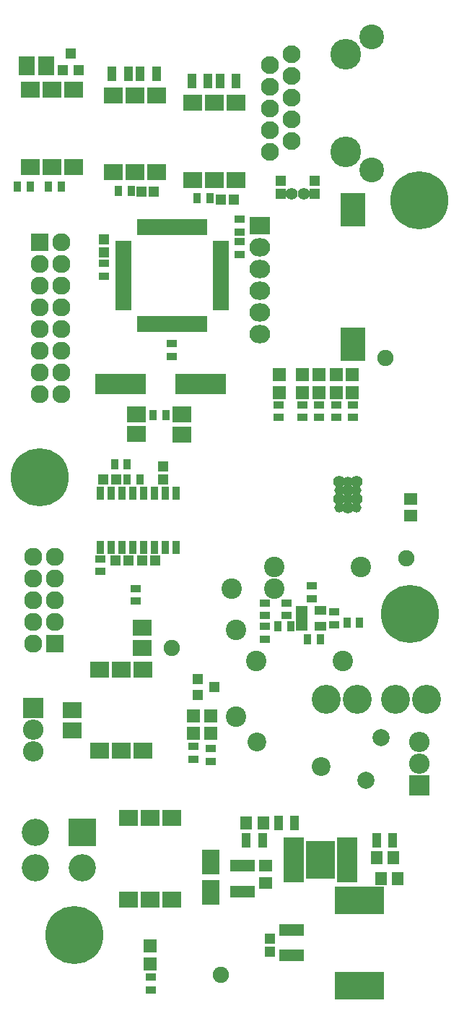
<source format=gbr>
G04 #@! TF.FileFunction,Soldermask,Top*
%FSLAX46Y46*%
G04 Gerber Fmt 4.6, Leading zero omitted, Abs format (unit mm)*
G04 Created by KiCad (PCBNEW 4.0.3-stable) date 09/30/16 03:10:32*
%MOMM*%
%LPD*%
G01*
G04 APERTURE LIST*
%ADD10C,0.100000*%
%ADD11C,1.900000*%
%ADD12C,2.398980*%
%ADD13R,1.150000X1.200000*%
%ADD14R,2.200860X1.949400*%
%ADD15R,1.200100X1.200100*%
%ADD16R,1.300000X0.900000*%
%ADD17R,0.900000X1.300000*%
%ADD18R,5.899100X2.398980*%
%ADD19R,1.949400X2.200860*%
%ADD20R,1.200000X1.150000*%
%ADD21R,1.100000X1.700000*%
%ADD22R,0.908000X1.543000*%
%ADD23C,6.800000*%
%ADD24C,1.000000*%
%ADD25R,0.700000X1.900000*%
%ADD26R,1.900000X0.700000*%
%ADD27R,2.180000X1.920000*%
%ADD28C,2.100000*%
%ADD29C,3.600000*%
%ADD30C,2.900000*%
%ADD31R,2.432000X2.127200*%
%ADD32O,2.432000X2.127200*%
%ADD33O,2.398980X2.398980*%
%ADD34R,2.398980X2.398980*%
%ADD35R,1.650000X1.400000*%
%ADD36R,2.900000X1.400000*%
%ADD37R,1.400000X1.650000*%
%ADD38R,5.800040X3.300680*%
%ADD39R,1.460000X1.050000*%
%ADD40C,1.400760*%
%ADD41R,2.127200X2.127200*%
%ADD42O,2.127200X2.127200*%
%ADD43R,3.200000X3.200000*%
%ADD44C,3.200000*%
%ADD45R,2.000200X3.000960*%
%ADD46C,3.400000*%
%ADD47C,2.200000*%
%ADD48C,2.000000*%
%ADD49R,1.598880X1.598880*%
%ADD50R,3.000000X4.000000*%
%ADD51R,2.400000X0.800000*%
%ADD52R,3.400000X4.400000*%
%ADD53C,1.416000*%
%ADD54C,1.162000*%
G04 APERTURE END LIST*
D10*
D11*
X194360000Y-81500000D03*
X175110000Y-153750000D03*
X169360000Y-115500000D03*
D12*
X181360000Y-106000000D03*
X191520000Y-106000000D03*
D13*
X161397000Y-69162000D03*
X161397000Y-67662000D03*
D14*
X165207000Y-88109000D03*
X165207000Y-90461040D03*
X170541000Y-88169960D03*
X170541000Y-90522000D03*
D15*
X156531000Y-47842000D03*
X158431000Y-47842000D03*
X157481000Y-45843020D03*
D16*
X177272000Y-67940000D03*
X177272000Y-69440000D03*
X177272000Y-65273000D03*
X177272000Y-66773000D03*
X161397000Y-71956000D03*
X161397000Y-70456000D03*
D17*
X167112000Y-88236000D03*
X168612000Y-88236000D03*
D16*
X169360000Y-81354000D03*
X169360000Y-79854000D03*
D18*
X172700000Y-84553000D03*
X163302000Y-84553000D03*
D19*
X152268960Y-47334000D03*
X154621000Y-47334000D03*
D20*
X176627000Y-62963000D03*
X175127000Y-62963000D03*
X167247000Y-62058000D03*
X165747000Y-62058000D03*
D21*
X167520000Y-48215000D03*
X165620000Y-48215000D03*
X176876000Y-49120000D03*
X174976000Y-49120000D03*
X164218000Y-48215000D03*
X162318000Y-48215000D03*
X173579000Y-49120000D03*
X171679000Y-49120000D03*
D17*
X173809000Y-62836000D03*
X172309000Y-62836000D03*
X164580000Y-61931000D03*
X163080000Y-61931000D03*
X152716000Y-61431000D03*
X151216000Y-61431000D03*
X156360000Y-61500000D03*
X154860000Y-61500000D03*
D14*
X157610000Y-122750000D03*
X157610000Y-125102040D03*
X165860000Y-115500000D03*
X165860000Y-113147960D03*
D20*
X162723000Y-105261000D03*
X164223000Y-105261000D03*
X165898000Y-105261000D03*
X167398000Y-105261000D03*
X161314000Y-95736000D03*
X162814000Y-95736000D03*
D13*
X168287000Y-95712000D03*
X168287000Y-94212000D03*
D16*
X185774167Y-109702147D03*
X185774167Y-108202147D03*
D17*
X165596000Y-95736000D03*
X164096000Y-95736000D03*
D16*
X160921000Y-105031000D03*
X160921000Y-106531000D03*
D17*
X164110000Y-94000000D03*
X162610000Y-94000000D03*
D16*
X188360000Y-111250000D03*
X188360000Y-112750000D03*
D22*
X160921000Y-97387000D03*
X163461000Y-97387000D03*
X164731000Y-97387000D03*
X166001000Y-97387000D03*
X167271000Y-97387000D03*
X168541000Y-97387000D03*
X169811000Y-97387000D03*
X169811000Y-103737000D03*
X168541000Y-103737000D03*
X167271000Y-103737000D03*
X166001000Y-103737000D03*
X164731000Y-103737000D03*
X163461000Y-103737000D03*
X162191000Y-103737000D03*
X160921000Y-103737000D03*
X162191000Y-97387000D03*
D23*
X197260000Y-111500000D03*
D24*
X197260000Y-109100000D03*
X198957056Y-109802944D03*
X199660000Y-111500000D03*
X198957056Y-113197056D03*
X197260000Y-113900000D03*
X195562944Y-113197056D03*
X194860000Y-111500000D03*
X195562944Y-109802944D03*
D23*
X198360000Y-63100000D03*
D24*
X198360000Y-60700000D03*
X200057056Y-61402944D03*
X200760000Y-63100000D03*
X200057056Y-64797056D03*
X198360000Y-65500000D03*
X196662944Y-64797056D03*
X195960000Y-63100000D03*
X196662944Y-61402944D03*
D23*
X157860000Y-149100000D03*
D24*
X157860000Y-146700000D03*
X159557056Y-147402944D03*
X160260000Y-149100000D03*
X159557056Y-150797056D03*
X157860000Y-151500000D03*
X156162944Y-150797056D03*
X155460000Y-149100000D03*
X156162944Y-147402944D03*
D23*
X153860000Y-95500000D03*
D24*
X153860000Y-93100000D03*
X155557056Y-93802944D03*
X156260000Y-95500000D03*
X155557056Y-97197056D03*
X153860000Y-97900000D03*
X152162944Y-97197056D03*
X151460000Y-95500000D03*
X152162944Y-93802944D03*
D25*
X173133000Y-66189000D03*
X172633000Y-66189000D03*
X172133000Y-66189000D03*
X171633000Y-66189000D03*
X171133000Y-66189000D03*
X170633000Y-66189000D03*
X170133000Y-66189000D03*
X169633000Y-66189000D03*
X169133000Y-66189000D03*
X168633000Y-66189000D03*
X168133000Y-66189000D03*
X167633000Y-66189000D03*
X167133000Y-66189000D03*
X166633000Y-66189000D03*
X166133000Y-66189000D03*
X165633000Y-66189000D03*
D26*
X163683000Y-68139000D03*
X163683000Y-68639000D03*
X163683000Y-69139000D03*
X163683000Y-69639000D03*
X163683000Y-70139000D03*
X163683000Y-70639000D03*
X163683000Y-71139000D03*
X163683000Y-71639000D03*
X163683000Y-72139000D03*
X163683000Y-72639000D03*
X163683000Y-73139000D03*
X163683000Y-73639000D03*
X163683000Y-74139000D03*
X163683000Y-74639000D03*
X163683000Y-75139000D03*
X163683000Y-75639000D03*
D25*
X165633000Y-77589000D03*
X166133000Y-77589000D03*
X166633000Y-77589000D03*
X167133000Y-77589000D03*
X167633000Y-77589000D03*
X168133000Y-77589000D03*
X168633000Y-77589000D03*
X169133000Y-77589000D03*
X169633000Y-77589000D03*
X170133000Y-77589000D03*
X170633000Y-77589000D03*
X171133000Y-77589000D03*
X171633000Y-77589000D03*
X172133000Y-77589000D03*
X172633000Y-77589000D03*
X173133000Y-77589000D03*
D26*
X175083000Y-75639000D03*
X175083000Y-75139000D03*
X175083000Y-74639000D03*
X175083000Y-74139000D03*
X175083000Y-73639000D03*
X175083000Y-73139000D03*
X175083000Y-72639000D03*
X175083000Y-72139000D03*
X175083000Y-71639000D03*
X175083000Y-71139000D03*
X175083000Y-70639000D03*
X175083000Y-70139000D03*
X175083000Y-69639000D03*
X175083000Y-69139000D03*
X175083000Y-68639000D03*
X175083000Y-68139000D03*
D27*
X167525000Y-59775000D03*
X167525000Y-50755000D03*
X164985000Y-59775000D03*
X164985000Y-50755000D03*
X162445000Y-59775000D03*
X162445000Y-50755000D03*
X152716000Y-50125000D03*
X152716000Y-59145000D03*
X155256000Y-50125000D03*
X155256000Y-59145000D03*
X157796000Y-50125000D03*
X157796000Y-59145000D03*
X176881000Y-60680000D03*
X176881000Y-51660000D03*
X174341000Y-60680000D03*
X174341000Y-51660000D03*
X171801000Y-60680000D03*
X171801000Y-51660000D03*
X160820000Y-118000000D03*
X160820000Y-127520000D03*
X163360000Y-118000000D03*
X163360000Y-127520000D03*
X165900000Y-118000000D03*
X165900000Y-127520000D03*
X169300000Y-144920000D03*
X169300000Y-135400000D03*
X166760000Y-144920000D03*
X166760000Y-135400000D03*
X164220000Y-144920000D03*
X164220000Y-135400000D03*
D28*
X180860000Y-57430000D03*
X183400000Y-56160000D03*
X180860000Y-54890000D03*
X183400000Y-53620000D03*
X180860000Y-52350000D03*
X183400000Y-51080000D03*
X180860000Y-49810000D03*
X183400000Y-48540000D03*
X180860000Y-47270000D03*
X183400000Y-46000000D03*
D29*
X189750000Y-57430000D03*
X189750000Y-46000000D03*
D30*
X192800000Y-59490000D03*
X192800000Y-43940000D03*
D31*
X179685000Y-66011000D03*
D32*
X179685000Y-68551000D03*
X179685000Y-71091000D03*
X179685000Y-73631000D03*
X179685000Y-76171000D03*
X179685000Y-78711000D03*
D33*
X198360000Y-126460000D03*
D34*
X198360000Y-131540000D03*
D33*
X198360000Y-129000000D03*
D35*
X180360000Y-143000000D03*
X180360000Y-141000000D03*
D36*
X177593038Y-144000000D03*
X177593038Y-141000000D03*
D37*
X195360000Y-140000000D03*
X193360000Y-140000000D03*
D36*
X183360000Y-151500000D03*
X183360000Y-148500000D03*
D13*
X180860000Y-151000000D03*
X180860000Y-149500000D03*
D37*
X195860000Y-142500000D03*
X193860000Y-142500000D03*
X180060000Y-136000000D03*
X178060000Y-136000000D03*
D17*
X191360000Y-112500000D03*
X189860000Y-112500000D03*
D13*
X186110000Y-62299252D03*
X186110000Y-60799252D03*
X182110000Y-62299252D03*
X182110000Y-60799252D03*
D38*
X191360000Y-145000000D03*
X191360000Y-155002520D03*
D16*
X165110000Y-110000000D03*
X165110000Y-108500000D03*
D21*
X195260000Y-138000000D03*
X193360000Y-138000000D03*
X178060000Y-138000000D03*
X179960000Y-138000000D03*
X181860000Y-136000000D03*
X183760000Y-136000000D03*
D16*
X180274167Y-110202147D03*
X180274167Y-111702147D03*
X180274167Y-112952147D03*
X180274167Y-114452147D03*
D17*
X183274167Y-112952147D03*
X181774167Y-112952147D03*
X186774167Y-114452147D03*
X185274167Y-114452147D03*
D39*
X184574167Y-111052147D03*
X184574167Y-112002147D03*
X184574167Y-112952147D03*
X186774167Y-112952147D03*
X186774167Y-111052147D03*
D40*
X183360700Y-62299252D03*
X184859300Y-62299252D03*
D41*
X153820000Y-68000000D03*
D42*
X156360000Y-68000000D03*
X153820000Y-70540000D03*
X156360000Y-70540000D03*
X153820000Y-73080000D03*
X156360000Y-73080000D03*
X153820000Y-75620000D03*
X156360000Y-75620000D03*
X153820000Y-78160000D03*
X156360000Y-78160000D03*
X153820000Y-80700000D03*
X156360000Y-80700000D03*
X153820000Y-83240000D03*
X156360000Y-83240000D03*
X153820000Y-85780000D03*
X156360000Y-85780000D03*
D41*
X155610000Y-115000000D03*
D42*
X153070000Y-115000000D03*
X155610000Y-112460000D03*
X153070000Y-112460000D03*
X155610000Y-109920000D03*
X153070000Y-109920000D03*
X155610000Y-107380000D03*
X153070000Y-107380000D03*
X155610000Y-104840000D03*
X153070000Y-104840000D03*
D43*
X158860000Y-137050000D03*
D44*
X158860000Y-141250000D03*
X153360000Y-137050000D03*
X153360000Y-141250000D03*
D12*
X176360640Y-108500000D03*
X181361900Y-108500000D03*
D45*
X173860000Y-140500000D03*
X173860000Y-144101720D03*
D46*
X195595000Y-121500000D03*
X191125000Y-121500000D03*
X199255000Y-121500000D03*
X187465000Y-121500000D03*
D15*
X172360000Y-119100000D03*
X172360000Y-121000000D03*
X174358980Y-120050000D03*
D12*
X176860000Y-123500000D03*
X176860000Y-113340000D03*
X179200000Y-117000000D03*
X189360000Y-117000000D03*
D47*
X179360000Y-126500000D03*
X186860000Y-129400000D03*
D48*
X193910000Y-126000000D03*
X192110000Y-131000000D03*
D16*
X182774167Y-110202147D03*
X182774167Y-111702147D03*
X173860000Y-127250000D03*
X173860000Y-128750000D03*
X171860000Y-127000000D03*
X171860000Y-128500000D03*
X188610000Y-87000000D03*
X188610000Y-88500000D03*
X166860000Y-154000000D03*
X166860000Y-155500000D03*
X181860000Y-87000000D03*
X181860000Y-88500000D03*
D35*
X197360000Y-100000000D03*
X197360000Y-98000000D03*
D49*
X173860000Y-125500000D03*
X173860000Y-123401960D03*
X171860000Y-123401960D03*
X171860000Y-125500000D03*
X188610000Y-83500000D03*
X188610000Y-85598040D03*
X166785000Y-150401960D03*
X166785000Y-152500000D03*
X181925000Y-83500000D03*
X181925000Y-85598040D03*
X190495000Y-83500000D03*
X190495000Y-85598040D03*
X186610000Y-83500000D03*
X186610000Y-85598040D03*
X184610000Y-83500000D03*
X184610000Y-85598040D03*
D16*
X190610000Y-87000000D03*
X190610000Y-88500000D03*
X186610000Y-87000000D03*
X186610000Y-88500000D03*
X184610000Y-87000000D03*
X184610000Y-88500000D03*
D50*
X190610000Y-79950000D03*
X190610000Y-64150000D03*
D11*
X196860000Y-105000000D03*
D33*
X153110000Y-127580000D03*
D34*
X153110000Y-122500000D03*
D33*
X153110000Y-125040000D03*
D51*
X183660000Y-142550000D03*
X189860000Y-142550000D03*
X183660000Y-141900000D03*
X189860000Y-141900000D03*
X183660000Y-141250000D03*
X189860000Y-141250000D03*
X183660000Y-140600000D03*
X189860000Y-140600000D03*
X183660000Y-139950000D03*
X189860000Y-139950000D03*
X183660000Y-139300000D03*
X189860000Y-139300000D03*
X183660000Y-138650000D03*
X189860000Y-138650000D03*
X183660000Y-138000000D03*
X189860000Y-138000000D03*
D52*
X186760000Y-140275000D03*
D53*
X185760000Y-141775000D03*
D54*
X186760000Y-141775000D03*
D53*
X187760000Y-141775000D03*
D54*
X187760000Y-138775000D03*
D53*
X186760000Y-138775000D03*
D54*
X185760000Y-138775000D03*
X187760000Y-140775000D03*
D53*
X186760000Y-140775000D03*
D54*
X185760000Y-140775000D03*
D53*
X187760000Y-139775000D03*
D54*
X186760000Y-139775000D03*
D53*
X185760000Y-139775000D03*
X188960000Y-96025000D03*
D54*
X189960000Y-96025000D03*
D53*
X190960000Y-96025000D03*
D54*
X190960000Y-99025000D03*
D53*
X189960000Y-99025000D03*
D54*
X188960000Y-99025000D03*
X190960000Y-97025000D03*
D53*
X189960000Y-97025000D03*
D54*
X188960000Y-97025000D03*
D53*
X190960000Y-98025000D03*
D54*
X189960000Y-98025000D03*
D53*
X188960000Y-98025000D03*
M02*

</source>
